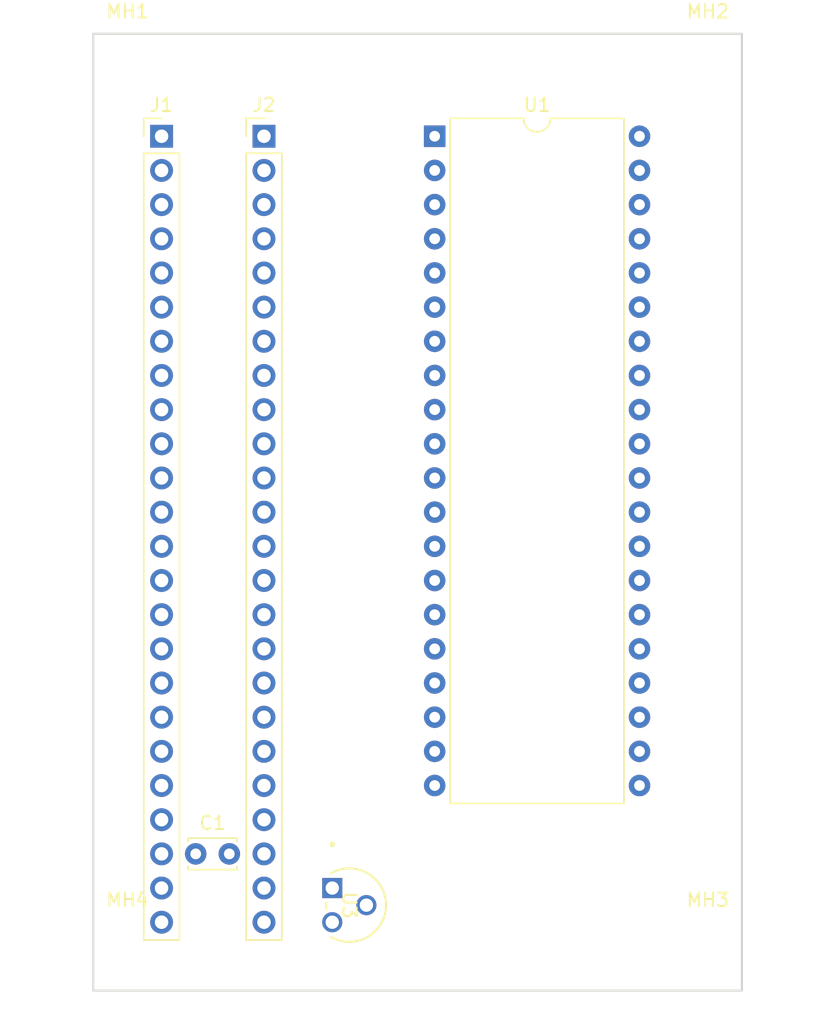
<source format=kicad_pcb>
(kicad_pcb (version 20221018) (generator pcbnew)
  (title_block (title "BionicCDP1802") (date "2024-03-15") (rev "5") (company "Tadashi G. Takaoka"))
  (layers (0 "F.Cu" signal) (31 "B.Cu" signal) (34 "B.Paste" user) (35 "F.Paste" user) (36 "B.SilkS" user "B.Silkscreen") (37 "F.SilkS" user "F.Silkscreen") (38 "B.Mask" user) (39 "F.Mask" user) (44 "Edge.Cuts" user))
  (net 0 "")
  (net 1 "VCC")
  (net 2 "GND")
  (net 3 "/P53")
  (net 4 "/P26")
  (net 5 "/P27")
  (net 6 "/P46")
  (net 7 "/P25")
  (net 8 "/P24")
  (net 9 "/P23")
  (net 10 "/P22")
  (net 11 "/P21")
  (net 12 "/P20")
  (net 13 "/P34")
  (net 14 "/P35")
  (net 15 "/P17")
  (net 16 "/P36")
  (net 17 "/P16")
  (net 18 "/P15")
  (net 19 "/P40")
  (net 20 "/P14")
  (net 21 "/P41")
  (net 22 "/P13")
  (net 23 "/P42")
  (net 24 "/P12")
  (net 25 "/P11")
  (net 26 "/P44")
  (net 27 "/P10")
  (net 28 "/P45")
  (net 29 "/P33")
  (net 30 "/P32")
  (net 31 "/P31")
  (net 32 "/P30")
  (net 33 "/P51")
  (net 34 "/P55")
  (net 35 "/P37")
  (net 36 "/P52")
  (net 37 "/P54")
  (net 38 "/P50")
  (net 41 "Net-(J2-P57)")
  (footprint "MountingHole:MountingHole_3.2mm_M3" (layer "F.Cu") (at 101 70)
    (fp_text reference "MH1" (at 0 -4.2) (layer "F.SilkS"))
    (fp_text value "MountingHole_3.2mm_M3")
    (pad "" np_thru_hole circle (at 0 0) (size 3.2 3.2) (drill 3.2) (layers "*.Cu" "*.Mask"))
  )
  (footprint "MountingHole:MountingHole_3.2mm_M3" (layer "F.Cu") (at 144.18 70)
    (fp_text reference "MH2" (at 0 -4.2) (layer "F.SilkS"))
    (fp_text value "MountingHole_3.2mm_M3")
    (pad "" np_thru_hole circle (at 0 0) (size 3.2 3.2) (drill 3.2) (layers "*.Cu" "*.Mask"))
  )
  (footprint "MountingHole:MountingHole_3.2mm_M3" (layer "F.Cu") (at 144.18 136.04)
    (fp_text reference "MH3" (at 0 -4.2) (layer "F.SilkS"))
    (fp_text value "MountingHole_3.2mm_M3")
    (pad "" np_thru_hole circle (at 0 0) (size 3.2 3.2) (drill 3.2) (layers "*.Cu" "*.Mask"))
  )
  (footprint "MountingHole:MountingHole_3.2mm_M3" (layer "F.Cu") (at 101 136.04)
    (fp_text reference "MH4" (at 0 -4.2) (layer "F.SilkS"))
    (fp_text value "MountingHole_3.2mm_M3")
    (pad "" np_thru_hole circle (at 0 0) (size 3.2 3.2) (drill 3.2) (layers "*.Cu" "*.Mask"))
  )
  (footprint "Capacitor_THT:C_Disc_D3.4mm_W2.1mm_P2.50mm" (layer "F.Cu") (at 106.08 128.42)
    (fp_text reference "C1" (at 1.25 -2.3) (layer "F.SilkS"))
    (fp_text value "0.1u")
    (fp_line (start -0.57 -1.17) (end -0.57 -0.925) (stroke (width 0.12)) (layer "F.SilkS"))
    (fp_line (start -0.57 -1.17) (end 3.07 -1.17) (stroke (width 0.12)) (layer "F.SilkS"))
    (fp_line (start -0.57 0.925) (end -0.57 1.17) (stroke (width 0.12)) (layer "F.SilkS"))
    (fp_line (start -0.57 1.17) (end 3.07 1.17) (stroke (width 0.12)) (layer "F.SilkS"))
    (fp_line (start 3.07 -1.17) (end 3.07 -0.925) (stroke (width 0.12)) (layer "F.SilkS"))
    (fp_line (start 3.07 0.925) (end 3.07 1.17) (stroke (width 0.12)) (layer "F.SilkS"))
    (pad "1" thru_hole circle (at 0 0) (size 1.6 1.6) (drill 0.8) (layers "*.Cu" "*.Mask") (net 1 "VCC"))
    (pad "2" thru_hole circle (at 2.5 0) (size 1.6 1.6) (drill 0.8) (layers "*.Cu" "*.Mask") (net 2 "GND"))
  )
  (footprint "Package_DIP:DIP-40_W15.24mm" (layer "F.Cu") (at 123.86 75.08)
    (fp_text reference "U1" (at 7.62 -2.33) (layer "F.SilkS"))
    (fp_text value "CDP1802")
    (fp_line (start 1.16 -1.33) (end 1.16 49.59) (stroke (width 0.12)) (layer "F.SilkS"))
    (fp_line (start 1.16 49.59) (end 14.08 49.59) (stroke (width 0.12)) (layer "F.SilkS"))
    (fp_line (start 6.62 -1.33) (end 1.16 -1.33) (stroke (width 0.12)) (layer "F.SilkS"))
    (fp_line (start 14.08 -1.33) (end 8.62 -1.33) (stroke (width 0.12)) (layer "F.SilkS"))
    (fp_line (start 14.08 49.59) (end 14.08 -1.33) (stroke (width 0.12)) (layer "F.SilkS"))
    (fp_arc (start 8.62 -1.33) (mid 7.62 -0.33) (end 6.62 -1.33) (stroke (width 0.12)) (layer "F.SilkS"))
    (pad "1" thru_hole rect (at 0 0) (size 1.6 1.6) (drill 0.8) (layers "*.Cu" "*.Mask") (net 6 "/P46"))
    (pad "2" thru_hole oval (at 0 2.54) (size 1.6 1.6) (drill 0.8) (layers "*.Cu" "*.Mask") (net 36 "/P52"))
    (pad "3" thru_hole oval (at 0 5.08) (size 1.6 1.6) (drill 0.8) (layers "*.Cu" "*.Mask") (net 3 "/P53"))
    (pad "4" thru_hole oval (at 0 7.62) (size 1.6 1.6) (drill 0.8) (layers "*.Cu" "*.Mask") (net 29 "/P33"))
    (pad "5" thru_hole oval (at 0 10.16) (size 1.6 1.6) (drill 0.8) (layers "*.Cu" "*.Mask") (net 28 "/P45"))
    (pad "6" thru_hole oval (at 0 12.7) (size 1.6 1.6) (drill 0.8) (layers "*.Cu" "*.Mask") (net 26 "/P44"))
    (pad "7" thru_hole oval (at 0 15.24) (size 1.6 1.6) (drill 0.8) (layers "*.Cu" "*.Mask") (net 38 "/P50"))
    (pad "8" thru_hole oval (at 0 17.78) (size 1.6 1.6) (drill 0.8) (layers "*.Cu" "*.Mask") (net 15 "/P17"))
    (pad "9" thru_hole oval (at 0 20.32) (size 1.6 1.6) (drill 0.8) (layers "*.Cu" "*.Mask") (net 17 "/P16"))
    (pad "10" thru_hole oval (at 0 22.86) (size 1.6 1.6) (drill 0.8) (layers "*.Cu" "*.Mask") (net 18 "/P15"))
    (pad "11" thru_hole oval (at 0 25.4) (size 1.6 1.6) (drill 0.8) (layers "*.Cu" "*.Mask") (net 20 "/P14"))
    (pad "12" thru_hole oval (at 0 27.94) (size 1.6 1.6) (drill 0.8) (layers "*.Cu" "*.Mask") (net 22 "/P13"))
    (pad "13" thru_hole oval (at 0 30.48) (size 1.6 1.6) (drill 0.8) (layers "*.Cu" "*.Mask") (net 24 "/P12"))
    (pad "14" thru_hole oval (at 0 33.02) (size 1.6 1.6) (drill 0.8) (layers "*.Cu" "*.Mask") (net 25 "/P11"))
    (pad "15" thru_hole oval (at 0 35.56) (size 1.6 1.6) (drill 0.8) (layers "*.Cu" "*.Mask") (net 27 "/P10"))
    (pad "16" thru_hole oval (at 0 38.1) (size 1.6 1.6) (drill 0.8) (layers "*.Cu" "*.Mask") (net 1 "VCC"))
    (pad "17" thru_hole oval (at 0 40.64) (size 1.6 1.6) (drill 0.8) (layers "*.Cu" "*.Mask") (net 30 "/P32"))
    (pad "18" thru_hole oval (at 0 43.18) (size 1.6 1.6) (drill 0.8) (layers "*.Cu" "*.Mask") (net 31 "/P31"))
    (pad "19" thru_hole oval (at 0 45.72) (size 1.6 1.6) (drill 0.8) (layers "*.Cu" "*.Mask") (net 32 "/P30"))
    (pad "20" thru_hole oval (at 0 48.26) (size 1.6 1.6) (drill 0.8) (layers "*.Cu" "*.Mask") (net 2 "GND"))
    (pad "21" thru_hole oval (at 15.24 48.26) (size 1.6 1.6) (drill 0.8) (layers "*.Cu" "*.Mask") (net 35 "/P37"))
    (pad "22" thru_hole oval (at 15.24 45.72) (size 1.6 1.6) (drill 0.8) (layers "*.Cu" "*.Mask") (net 16 "/P36"))
    (pad "23" thru_hole oval (at 15.24 43.18) (size 1.6 1.6) (drill 0.8) (layers "*.Cu" "*.Mask") (net 14 "/P35"))
    (pad "24" thru_hole oval (at 15.24 40.64) (size 1.6 1.6) (drill 0.8) (layers "*.Cu" "*.Mask") (net 13 "/P34"))
    (pad "25" thru_hole oval (at 15.24 38.1) (size 1.6 1.6) (drill 0.8) (layers "*.Cu" "*.Mask") (net 12 "/P20"))
    (pad "26" thru_hole oval (at 15.24 35.56) (size 1.6 1.6) (drill 0.8) (layers "*.Cu" "*.Mask") (net 11 "/P21"))
    (pad "27" thru_hole oval (at 15.24 33.02) (size 1.6 1.6) (drill 0.8) (layers "*.Cu" "*.Mask") (net 10 "/P22"))
    (pad "28" thru_hole oval (at 15.24 30.48) (size 1.6 1.6) (drill 0.8) (layers "*.Cu" "*.Mask") (net 9 "/P23"))
    (pad "29" thru_hole oval (at 15.24 27.94) (size 1.6 1.6) (drill 0.8) (layers "*.Cu" "*.Mask") (net 8 "/P24"))
    (pad "30" thru_hole oval (at 15.24 25.4) (size 1.6 1.6) (drill 0.8) (layers "*.Cu" "*.Mask") (net 7 "/P25"))
    (pad "31" thru_hole oval (at 15.24 22.86) (size 1.6 1.6) (drill 0.8) (layers "*.Cu" "*.Mask") (net 4 "/P26"))
    (pad "32" thru_hole oval (at 15.24 20.32) (size 1.6 1.6) (drill 0.8) (layers "*.Cu" "*.Mask") (net 5 "/P27"))
    (pad "33" thru_hole oval (at 15.24 17.78) (size 1.6 1.6) (drill 0.8) (layers "*.Cu" "*.Mask") (net 21 "/P41"))
    (pad "34" thru_hole oval (at 15.24 15.24) (size 1.6 1.6) (drill 0.8) (layers "*.Cu" "*.Mask") (net 19 "/P40"))
    (pad "35" thru_hole oval (at 15.24 12.7) (size 1.6 1.6) (drill 0.8) (layers "*.Cu" "*.Mask") (net 33 "/P51"))
    (pad "36" thru_hole oval (at 15.24 10.16) (size 1.6 1.6) (drill 0.8) (layers "*.Cu" "*.Mask") (net 23 "/P42"))
    (pad "37" thru_hole oval (at 15.24 7.62) (size 1.6 1.6) (drill 0.8) (layers "*.Cu" "*.Mask") (net 34 "/P55"))
    (pad "38" thru_hole oval (at 15.24 5.08) (size 1.6 1.6) (drill 0.8) (layers "*.Cu" "*.Mask") (net 37 "/P54"))
    (pad "39" thru_hole oval (at 15.24 2.54) (size 1.6 1.6) (drill 0.8) (layers "*.Cu" "*.Mask"))
    (pad "40" thru_hole oval (at 15.24 0) (size 1.6 1.6) (drill 0.8) (layers "*.Cu" "*.Mask") (net 1 "VCC"))
  )
  (footprint "connector:Bionic-P245_Vertical" (layer "F.Cu") (at 111.16 75.08)
    (fp_text reference "J2" (at 0 -2.33) (layer "F.SilkS"))
    (fp_text value "Bionic-P245")
    (fp_line (start -1.33 -1.33) (end 0 -1.33) (stroke (width 0.12)) (layer "F.SilkS"))
    (fp_line (start -1.33 0) (end -1.33 -1.33) (stroke (width 0.12)) (layer "F.SilkS"))
    (fp_line (start -1.33 1.27) (end -1.33 59.75) (stroke (width 0.12)) (layer "F.SilkS"))
    (fp_line (start -1.33 1.27) (end 1.33 1.27) (stroke (width 0.12)) (layer "F.SilkS"))
    (fp_line (start -1.33 59.75) (end 1.33 59.75) (stroke (width 0.12)) (layer "F.SilkS"))
    (fp_line (start 1.33 1.27) (end 1.33 59.75) (stroke (width 0.12)) (layer "F.SilkS"))
    (pad "25" thru_hole oval (at 0 58.42) (size 1.7 1.7) (drill 1) (layers "*.Cu" "*.Mask") (net 1 "VCC"))
    (pad "26" thru_hole oval (at 0 55.88) (size 1.7 1.7) (drill 1) (layers "*.Cu" "*.Mask") (net 41 "Net-(J2-P57)"))
    (pad "27" thru_hole oval (at 0 53.34) (size 1.7 1.7) (drill 1) (layers "*.Cu" "*.Mask"))
    (pad "28" thru_hole oval (at 0 50.8) (size 1.7 1.7) (drill 1) (layers "*.Cu" "*.Mask") (net 34 "/P55"))
    (pad "29" thru_hole oval (at 0 48.26) (size 1.7 1.7) (drill 1) (layers "*.Cu" "*.Mask") (net 37 "/P54"))
    (pad "30" thru_hole oval (at 0 45.72) (size 1.7 1.7) (drill 1) (layers "*.Cu" "*.Mask"))
    (pad "31" thru_hole oval (at 0 43.18) (size 1.7 1.7) (drill 1) (layers "*.Cu" "*.Mask"))
    (pad "32" thru_hole oval (at 0 40.64) (size 1.7 1.7) (drill 1) (layers "*.Cu" "*.Mask") (net 6 "/P46"))
    (pad "33" thru_hole oval (at 0 38.1) (size 1.7 1.7) (drill 1) (layers "*.Cu" "*.Mask") (net 28 "/P45"))
    (pad "34" thru_hole oval (at 0 35.56) (size 1.7 1.7) (drill 1) (layers "*.Cu" "*.Mask") (net 26 "/P44"))
    (pad "35" thru_hole oval (at 0 33.02) (size 1.7 1.7) (drill 1) (layers "*.Cu" "*.Mask"))
    (pad "36" thru_hole oval (at 0 30.48) (size 1.7 1.7) (drill 1) (layers "*.Cu" "*.Mask") (net 23 "/P42"))
    (pad "37" thru_hole oval (at 0 27.94) (size 1.7 1.7) (drill 1) (layers "*.Cu" "*.Mask") (net 21 "/P41"))
    (pad "38" thru_hole oval (at 0 25.4) (size 1.7 1.7) (drill 1) (layers "*.Cu" "*.Mask") (net 19 "/P40"))
    (pad "39" thru_hole oval (at 0 22.86) (size 1.7 1.7) (drill 1) (layers "*.Cu" "*.Mask"))
    (pad "40" thru_hole oval (at 0 20.32) (size 1.7 1.7) (drill 1) (layers "*.Cu" "*.Mask") (net 5 "/P27"))
    (pad "41" thru_hole oval (at 0 17.78) (size 1.7 1.7) (drill 1) (layers "*.Cu" "*.Mask") (net 4 "/P26"))
    (pad "42" thru_hole oval (at 0 15.24) (size 1.7 1.7) (drill 1) (layers "*.Cu" "*.Mask") (net 7 "/P25"))
    (pad "43" thru_hole oval (at 0 12.7) (size 1.7 1.7) (drill 1) (layers "*.Cu" "*.Mask") (net 8 "/P24"))
    (pad "44" thru_hole oval (at 0 10.16) (size 1.7 1.7) (drill 1) (layers "*.Cu" "*.Mask") (net 9 "/P23"))
    (pad "45" thru_hole oval (at 0 7.62) (size 1.7 1.7) (drill 1) (layers "*.Cu" "*.Mask") (net 10 "/P22"))
    (pad "46" thru_hole oval (at 0 5.08) (size 1.7 1.7) (drill 1) (layers "*.Cu" "*.Mask") (net 11 "/P21"))
    (pad "47" thru_hole oval (at 0 2.54) (size 1.7 1.7) (drill 1) (layers "*.Cu" "*.Mask") (net 12 "/P20"))
    (pad "48" thru_hole rect (at 0 0) (size 1.7 1.7) (drill 1) (layers "*.Cu" "*.Mask") (net 2 "GND"))
  )
  (footprint "connector:Bionic-P135_Vertical" (layer "F.Cu") (at 103.54 75.08)
    (fp_text reference "J1" (at 0 -2.33) (layer "F.SilkS"))
    (fp_text value "Bionic-P135")
    (fp_line (start -1.33 -1.33) (end 0 -1.33) (stroke (width 0.12)) (layer "F.SilkS"))
    (fp_line (start -1.33 0) (end -1.33 -1.33) (stroke (width 0.12)) (layer "F.SilkS"))
    (fp_line (start -1.33 1.27) (end -1.33 59.75) (stroke (width 0.12)) (layer "F.SilkS"))
    (fp_line (start -1.33 1.27) (end 1.33 1.27) (stroke (width 0.12)) (layer "F.SilkS"))
    (fp_line (start -1.33 59.75) (end 1.33 59.75) (stroke (width 0.12)) (layer "F.SilkS"))
    (fp_line (start 1.33 1.27) (end 1.33 59.75) (stroke (width 0.12)) (layer "F.SilkS"))
    (pad "1" thru_hole rect (at 0 0) (size 1.7 1.7) (drill 1) (layers "*.Cu" "*.Mask") (net 2 "GND"))
    (pad "2" thru_hole oval (at 0 2.54) (size 1.7 1.7) (drill 1) (layers "*.Cu" "*.Mask") (net 27 "/P10"))
    (pad "3" thru_hole oval (at 0 5.08) (size 1.7 1.7) (drill 1) (layers "*.Cu" "*.Mask") (net 25 "/P11"))
    (pad "4" thru_hole oval (at 0 7.62) (size 1.7 1.7) (drill 1) (layers "*.Cu" "*.Mask") (net 24 "/P12"))
    (pad "5" thru_hole oval (at 0 10.16) (size 1.7 1.7) (drill 1) (layers "*.Cu" "*.Mask") (net 22 "/P13"))
    (pad "6" thru_hole oval (at 0 12.7) (size 1.7 1.7) (drill 1) (layers "*.Cu" "*.Mask") (net 20 "/P14"))
    (pad "7" thru_hole oval (at 0 15.24) (size 1.7 1.7) (drill 1) (layers "*.Cu" "*.Mask") (net 18 "/P15"))
    (pad "8" thru_hole oval (at 0 17.78) (size 1.7 1.7) (drill 1) (layers "*.Cu" "*.Mask") (net 17 "/P16"))
    (pad "9" thru_hole oval (at 0 20.32) (size 1.7 1.7) (drill 1) (layers "*.Cu" "*.Mask") (net 15 "/P17"))
    (pad "10" thru_hole oval (at 0 22.86) (size 1.7 1.7) (drill 1) (layers "*.Cu" "*.Mask"))
    (pad "11" thru_hole oval (at 0 25.4) (size 1.7 1.7) (drill 1) (layers "*.Cu" "*.Mask") (net 32 "/P30"))
    (pad "12" thru_hole oval (at 0 27.94) (size 1.7 1.7) (drill 1) (layers "*.Cu" "*.Mask") (net 31 "/P31"))
    (pad "13" thru_hole oval (at 0 30.48) (size 1.7 1.7) (drill 1) (layers "*.Cu" "*.Mask") (net 30 "/P32"))
    (pad "14" thru_hole oval (at 0 33.02) (size 1.7 1.7) (drill 1) (layers "*.Cu" "*.Mask") (net 29 "/P33"))
    (pad "15" thru_hole oval (at 0 35.56) (size 1.7 1.7) (drill 1) (layers "*.Cu" "*.Mask") (net 13 "/P34"))
    (pad "16" thru_hole oval (at 0 38.1) (size 1.7 1.7) (drill 1) (layers "*.Cu" "*.Mask") (net 14 "/P35"))
    (pad "17" thru_hole oval (at 0 40.64) (size 1.7 1.7) (drill 1) (layers "*.Cu" "*.Mask") (net 16 "/P36"))
    (pad "18" thru_hole oval (at 0 43.18) (size 1.7 1.7) (drill 1) (layers "*.Cu" "*.Mask") (net 35 "/P37"))
    (pad "19" thru_hole oval (at 0 45.72) (size 1.7 1.7) (drill 1) (layers "*.Cu" "*.Mask"))
    (pad "20" thru_hole oval (at 0 48.26) (size 1.7 1.7) (drill 1) (layers "*.Cu" "*.Mask") (net 38 "/P50"))
    (pad "21" thru_hole oval (at 0 50.8) (size 1.7 1.7) (drill 1) (layers "*.Cu" "*.Mask") (net 33 "/P51"))
    (pad "22" thru_hole oval (at 0 53.34) (size 1.7 1.7) (drill 1) (layers "*.Cu" "*.Mask") (net 36 "/P52"))
    (pad "23" thru_hole oval (at 0 55.88) (size 1.7 1.7) (drill 1) (layers "*.Cu" "*.Mask") (net 3 "/P53"))
    (pad "24" thru_hole oval (at 0 58.42) (size 1.7 1.7) (drill 1) (layers "*.Cu" "*.Mask") (net 1 "VCC"))
  )
  (footprint "microchip:TO-92_MC_MCH" (layer "F.Cu") (at 116.24 130.96 -90)
    (fp_text reference "U3" (at 1.27 -1.27 -90 unlocked) (layer "F.SilkS"))
    (fp_text value "11AA010-I/TO")
    (fp_line (start 1.08204 0.4445) (end 1.553476 0.4445) (stroke (width 0.1524)) (layer "F.SilkS"))
    (fp_arc (start -1.08204 0.116917) (mid 0.551186 -3.904186) (end 4.0005 -1.27) (stroke (width 0.1524)) (layer "F.SilkS"))
    (fp_arc (start 4.0005 -1.269999) (mid 3.90215 -0.543764) (end 3.614184 0.130155) (stroke (width 0.1524)) (layer "F.SilkS"))
    (fp_circle (center -3.2385 0) (end -3.1115 0) (stroke (width 0.1524)) (fill none) (layer "F.SilkS"))
    (pad "1" thru_hole rect (at 0 0 270) (size 1.4986 1.4986) (drill 0.9906) (layers "*.Cu" "*.Mask") (net 2 "GND"))
    (pad "2" thru_hole circle (at 1.27 -2.54 270) (size 1.4986 1.4986) (drill 0.9906) (layers "*.Cu" "*.Mask") (net 41 "Net-(J2-P57)"))
    (pad "3" thru_hole circle (at 2.54 0 270) (size 1.4986 1.4986) (drill 0.9906) (layers "*.Cu" "*.Mask") (net 1 "VCC"))
  )
  (gr_line (start 98.46 138.58) (end 98.46 67.46) (stroke (width 0.15)) (layer "Edge.Cuts"))
  (gr_line (start 146.72 138.58) (end 98.46 138.58) (stroke (width 0.15)) (layer "Edge.Cuts"))
  (gr_line (start 146.72 67.46) (end 146.72 138.58) (stroke (width 0.15)) (layer "Edge.Cuts"))
  (gr_line (start 98.46 67.46) (end 146.72 67.46) (stroke (width 0.15)) (layer "Edge.Cuts"))
)
</source>
